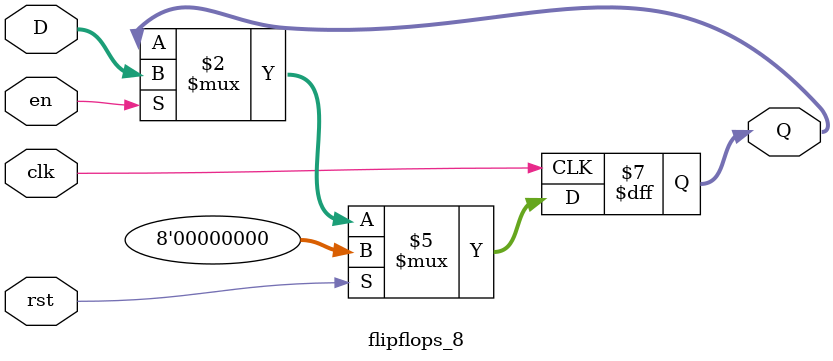
<source format=v>
`timescale 1ns / 1ps

//8-bit REGISTER

module flipflops_8(D,clk,rst,en,Q);
  input [7:0]D;
  input clk,rst,en;
  output reg [7:0]Q;

    always @(posedge clk)
        begin
            if (rst)
                Q <= 8'b0;
            else if (en)
                Q <= D;
        end
 endmodule

</source>
